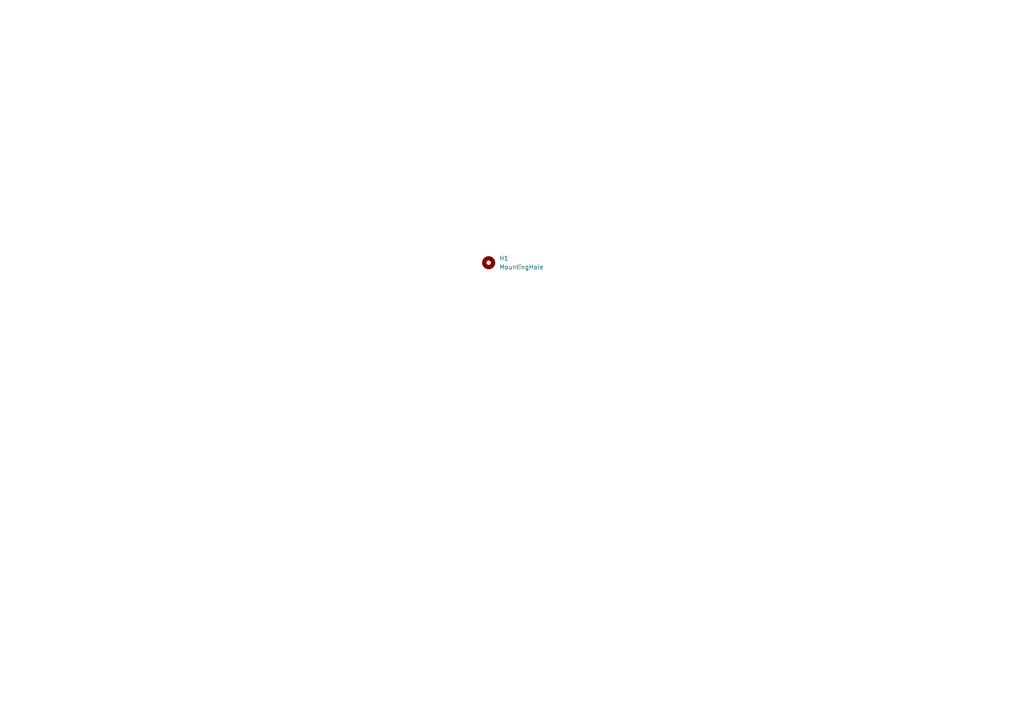
<source format=kicad_sch>
(kicad_sch (version 20230121) (generator eeschema)
  (paper "A4")
  (lib_symbols
    (symbol "Mechanical:MountingHole" (pin_names (offset 1.016))
      (property "Reference" "H" (at 0 5.08 0))
      (property "Value" "MountingHole" (at 0 3.175 0))
      (symbol "MountingHole_0_1"
        (circle (center 0 0) (radius 1.27) (stroke (width 1.27)))
      )
    )
  )
  (symbol (lib_id "Mechanical:MountingHole") (at 141.732 76.2 0) (unit 1)
    (property "Reference" "H1" (at 144.78 74.93 0) (effects (justify left)))
    (property "Value" "MountingHole" (at 144.78 77.47 0) (effects (justify left)))
  )
)
</source>
